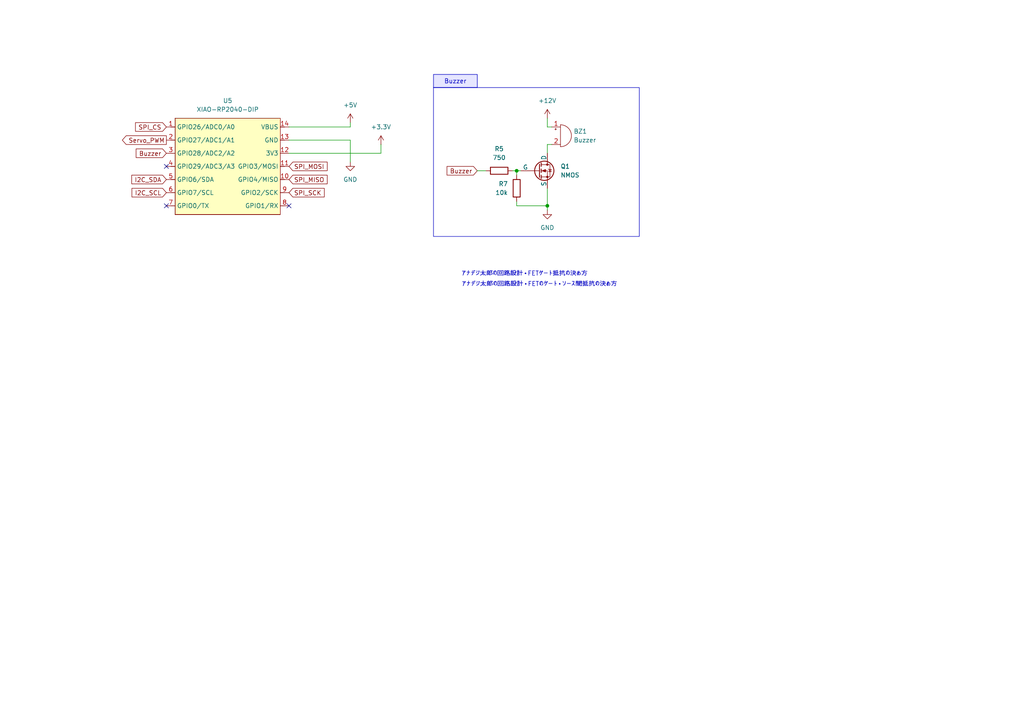
<source format=kicad_sch>
(kicad_sch (version 20250114) (generator "eeschema") (generator_version "9.0")
  (paper "A4")
  (lib_symbols
    (symbol "Device:Buzzer" (pin_names (offset 0.0254) (hide yes))
      (property "Reference" "BZ" (at 3.81 1.27 0))
      (property "Value" "Buzzer" (at 3.81 -1.27 0))
      (symbol "Buzzer_0_1"
        (polyline (pts (xy -1.651 1.905) (xy -1.143 1.905)))
        (polyline (pts (xy -1.397 2.159) (xy -1.397 1.651)))
        (arc (start 0 3.175) (mid 3.1612 0) (end 0 -3.175))
        (polyline (pts (xy 0 3.175) (xy 0 -3.175)))
      )
      (symbol "Buzzer_1_1"
        (pin passive line (at -2.54 2.54 0) (length 2.54) (name "+") (number "1"))
        (pin passive line (at -2.54 -2.54 0) (length 2.54) (name "-") (number "2"))
      )
    )
    (symbol "Device:R" (pin_numbers (hide yes)) (pin_names (offset 0))
      (property "Reference" "R" (at 2.032 0 90))
      (property "Value" "R" (at 0 0 90))
      (symbol "R_0_1"
        (rectangle (start -1.016 -2.54) (end 1.016 2.54) (stroke (width 0.254)))
      )
      (symbol "R_1_1"
        (pin passive line (at 0 3.81 270) (length 1.27) (name "~") (number "1"))
        (pin passive line (at 0 -3.81 90) (length 1.27) (name "~") (number "2"))
      )
    )
    (symbol "Seeed_Studio_XIAO_Series:XIAO-RP2040-DIP"
      (property "Reference" "U5" (at 13.97 2.54 0))
      (property "Value" "XIAO-RP2040-DIP" (at 13.97 0 0))
      (symbol "XIAO-RP2040-DIP_1_0"
        (polyline (pts (xy -1.27 -2.54) (xy 29.21 -2.54)) (stroke (width 0.1524)))
        (polyline (pts (xy -1.27 -5.08) (xy -2.54 -5.08)) (stroke (width 0.1524)))
        (polyline (pts (xy -1.27 -5.08) (xy -1.27 -2.54)) (stroke (width 0.1524)))
        (polyline (pts (xy -1.27 -8.89) (xy -2.54 -8.89)) (stroke (width 0.1524)))
        (polyline (pts (xy -1.27 -8.89) (xy -1.27 -5.08)) (stroke (width 0.1524)))
        (polyline (pts (xy -1.27 -12.7) (xy -2.54 -12.7)) (stroke (width 0.1524)))
        (polyline (pts (xy -1.27 -12.7) (xy -1.27 -8.89)) (stroke (width 0.1524)))
        (polyline (pts (xy -1.27 -16.51) (xy -2.54 -16.51)) (stroke (width 0.1524)))
        (polyline (pts (xy -1.27 -16.51) (xy -1.27 -12.7)) (stroke (width 0.1524)))
        (polyline (pts (xy -1.27 -20.32) (xy -2.54 -20.32)) (stroke (width 0.1524)))
        (polyline (pts (xy -1.27 -24.13) (xy -2.54 -24.13)) (stroke (width 0.1524)))
        (polyline (pts (xy -1.27 -27.94) (xy -2.54 -27.94)) (stroke (width 0.1524)))
        (polyline (pts (xy -1.27 -30.48) (xy -1.27 -16.51)) (stroke (width 0.1524)))
        (polyline (pts (xy 29.21 -2.54) (xy 29.21 -5.08)) (stroke (width 0.1524)))
        (polyline (pts (xy 29.21 -5.08) (xy 29.21 -8.89)) (stroke (width 0.1524)))
        (polyline (pts (xy 29.21 -8.89) (xy 29.21 -12.7)) (stroke (width 0.1524)))
        (polyline (pts (xy 29.21 -12.7) (xy 29.21 -30.48)) (stroke (width 0.1524)))
        (polyline (pts (xy 29.21 -30.48) (xy -1.27 -30.48)) (stroke (width 0.1524)))
        (polyline (pts (xy 30.48 -5.08) (xy 29.21 -5.08)) (stroke (width 0.1524)))
        (polyline (pts (xy 30.48 -8.89) (xy 29.21 -8.89)) (stroke (width 0.1524)))
        (polyline (pts (xy 30.48 -12.7) (xy 29.21 -12.7)) (stroke (width 0.1524)))
        (polyline (pts (xy 30.48 -16.51) (xy 29.21 -16.51)) (stroke (width 0.1524)))
        (polyline (pts (xy 30.48 -20.32) (xy 29.21 -20.32)) (stroke (width 0.1524)))
        (polyline (pts (xy 30.48 -24.13) (xy 29.21 -24.13)) (stroke (width 0.1524)))
        (polyline (pts (xy 30.48 -27.94) (xy 29.21 -27.94)) (stroke (width 0.1524)))
        (pin passive line (at -3.81 -5.08 0) (length 2.54) (name "GPIO26/ADC0/A0") (number "1"))
        (pin passive line (at -3.81 -8.89 0) (length 2.54) (name "GPIO27/ADC1/A1") (number "2"))
        (pin passive line (at -3.81 -12.7 0) (length 2.54) (name "GPIO28/ADC2/A2") (number "3"))
        (pin passive line (at -3.81 -16.51 0) (length 2.54) (name "GPIO29/ADC3/A3") (number "4"))
        (pin passive line (at -3.81 -20.32 0) (length 2.54) (name "GPIO6/SDA") (number "5"))
        (pin passive line (at -3.81 -24.13 0) (length 2.54) (name "GPIO7/SCL") (number "6"))
        (pin passive line (at -3.81 -27.94 0) (length 2.54) (name "GPIO0/TX") (number "7"))
        (pin passive line (at 31.75 -5.08 180) (length 2.54) (name "VBUS") (number "14"))
        (pin passive line (at 31.75 -8.89 180) (length 2.54) (name "GND") (number "13"))
        (pin passive line (at 31.75 -12.7 180) (length 2.54) (name "3V3") (number "12"))
        (pin passive line (at 31.75 -16.51 180) (length 2.54) (name "GPIO3/MOSI") (number "11"))
        (pin passive line (at 31.75 -20.32 180) (length 2.54) (name "GPIO4/MISO") (number "10"))
        (pin passive line (at 31.75 -24.13 180) (length 2.54) (name "GPIO2/SCK") (number "9"))
        (pin passive line (at 31.75 -27.94 180) (length 2.54) (name "GPIO1/RX") (number "8"))
      )
      (symbol "XIAO-RP2040-DIP_1_1"
        (rectangle (start -1.27 -2.54) (end 29.21 -30.48) (fill (type background)))
      )
    )
    (symbol "Simulation_SPICE:NMOS" (pin_numbers (hide yes)) (pin_names (offset 0))
      (property "Reference" "Q" (at 5.08 1.27 0))
      (property "Value" "NMOS" (at 5.08 -1.27 0))
      (symbol "NMOS_0_1"
        (polyline (pts (xy 0.254 1.905) (xy 0.254 -1.905)) (stroke (width 0.254)))
        (polyline (pts (xy 0.254 0) (xy -2.54 0)))
        (polyline (pts (xy 0.762 2.286) (xy 0.762 1.27)) (stroke (width 0.254)))
        (polyline (pts (xy 0.762 0.508) (xy 0.762 -0.508)) (stroke (width 0.254)))
        (polyline (pts (xy 0.762 -1.27) (xy 0.762 -2.286)) (stroke (width 0.254)))
        (polyline (pts (xy 0.762 -1.778) (xy 3.302 -1.778) (xy 3.302 1.778) (xy 0.762 1.778)))
        (polyline (pts (xy 1.016 0) (xy 2.032 0.381) (xy 2.032 -0.381) (xy 1.016 0)) (fill (type outline)))
        (circle (center 1.651 0) (radius 2.794) (stroke (width 0.254)))
        (polyline (pts (xy 2.54 2.54) (xy 2.54 1.778)))
        (circle (center 2.54 1.778) (radius 0.254) (fill (type outline)))
        (circle (center 2.54 -1.778) (radius 0.254) (fill (type outline)))
        (polyline (pts (xy 2.54 -2.54) (xy 2.54 0) (xy 0.762 0)))
        (polyline (pts (xy 2.794 0.508) (xy 2.921 0.381) (xy 3.683 0.381) (xy 3.81 0.254)))
        (polyline (pts (xy 3.302 0.381) (xy 2.921 -0.254) (xy 3.683 -0.254) (xy 3.302 0.381)))
      )
      (symbol "NMOS_1_1"
        (pin input line (at -5.08 0 0) (length 2.54) (name "G") (number "2"))
        (pin passive line (at 2.54 5.08 270) (length 2.54) (name "D") (number "1"))
        (pin passive line (at 2.54 -5.08 90) (length 2.54) (name "S") (number "3"))
      )
    )
    (symbol "power:+12V" (power) (pin_numbers (hide yes)) (pin_names (offset 0) (hide yes))
      (property "Value" "+12V" (at 0 3.556 0))
      (symbol "+12V_0_1"
        (polyline (pts (xy -0.762 1.27) (xy 0 2.54)))
        (polyline (pts (xy 0 2.54) (xy 0.762 1.27)))
        (polyline (pts (xy 0 0) (xy 0 2.54)))
      )
      (symbol "+12V_1_1"
        (pin power_in line (at 0 0 90) (length 0) (name "~") (number "1"))
      )
    )
    (symbol "power:+3.3V" (power) (pin_numbers (hide yes)) (pin_names (offset 0) (hide yes))
      (property "Value" "+3.3V" (at 0 3.556 0))
      (symbol "+3.3V_0_1"
        (polyline (pts (xy -0.762 1.27) (xy 0 2.54)))
        (polyline (pts (xy 0 2.54) (xy 0.762 1.27)))
        (polyline (pts (xy 0 0) (xy 0 2.54)))
      )
      (symbol "+3.3V_1_1"
        (pin power_in line (at 0 0 90) (length 0) (name "~") (number "1"))
      )
    )
    (symbol "power:+5V" (power) (pin_numbers (hide yes)) (pin_names (offset 0) (hide yes))
      (property "Value" "+5V" (at 0 3.556 0))
      (symbol "+5V_0_1"
        (polyline (pts (xy -0.762 1.27) (xy 0 2.54)))
        (polyline (pts (xy 0 2.54) (xy 0.762 1.27)))
        (polyline (pts (xy 0 0) (xy 0 2.54)))
      )
      (symbol "+5V_1_1"
        (pin power_in line (at 0 0 90) (length 0) (name "~") (number "1"))
      )
    )
    (symbol "power:GND" (power) (pin_numbers (hide yes)) (pin_names (offset 0) (hide yes))
      (property "Value" "GND" (at 0 -3.81 0))
      (symbol "GND_0_1"
        (polyline (pts (xy 0 0) (xy 0 -1.27) (xy 1.27 -1.27) (xy 0 -2.54) (xy -1.27 -1.27) (xy 0 -1.27)))
      )
      (symbol "GND_1_1"
        (pin power_in line (at 0 0 270) (length 0) (name "~") (number "1"))
      )
    )
  )
  (rectangle (start 125.73 25.4) (end 185.42 68.58))
  (text "アナデジ太郎の回路設計・FETのゲート・ソース間抵抗の決め方" (at 156.464 82.55 0) (effects (font (size 1.27 1.27))))
  (text "アナデジ太郎の回路設計・FETゲート抵抗の決め方" (at 152.146 79.502 0) (effects (font (size 1.27 1.27))))
  (text_box "Buzzer" (at 125.73 21.59 0) (size 12.7 3.81) (margins 0.9525 0.9525 0.9525 0.9525) (fill (type color) (color 0 0 255 0.1)) (effects (font (size 1.27 1.27))))
  (junction (at 149.86 49.53))
  (junction (at 158.75 59.69))
  (no_connect (at 83.82 59.69))
  (no_connect (at 48.26 48.26))
  (no_connect (at 48.26 59.69))
  (wire (pts (xy 149.86 59.69) (xy 158.75 59.69)))
  (wire (pts (xy 158.75 54.61) (xy 158.75 59.69)))
  (wire (pts (xy 110.49 44.45) (xy 110.49 41.91)))
  (wire (pts (xy 160.02 36.83) (xy 158.75 36.83)))
  (wire (pts (xy 148.59 49.53) (xy 149.86 49.53)))
  (wire (pts (xy 101.6 40.64) (xy 101.6 46.99)))
  (wire (pts (xy 158.75 41.91) (xy 160.02 41.91)))
  (wire (pts (xy 101.6 36.83) (xy 101.6 35.56)))
  (wire (pts (xy 83.82 44.45) (xy 110.49 44.45)))
  (wire (pts (xy 83.82 36.83) (xy 101.6 36.83)))
  (wire (pts (xy 138.43 49.53) (xy 140.97 49.53)))
  (wire (pts (xy 149.86 49.53) (xy 149.86 50.8)))
  (wire (pts (xy 158.75 60.96) (xy 158.75 59.69)))
  (wire (pts (xy 158.75 44.45) (xy 158.75 41.91)))
  (wire (pts (xy 149.86 49.53) (xy 151.13 49.53)))
  (wire (pts (xy 83.82 40.64) (xy 101.6 40.64)))
  (wire (pts (xy 149.86 58.42) (xy 149.86 59.69)))
  (wire (pts (xy 158.75 34.29) (xy 158.75 36.83)))
  (global_label "SPI_MOSI" (shape input) (at 83.82 48.26 0) (property "Intersheetrefs" "${INTERSHEET_REFS}" (effects (hide yes))))
  (global_label "Servo_PWM" (shape output) (at 48.26 40.64 180) (property "Intersheetrefs" "${INTERSHEET_REFS}" (effects (hide yes))))
  (global_label "SPI_MISO" (shape input) (at 83.82 52.07 0) (property "Intersheetrefs" "${INTERSHEET_REFS}" (effects (hide yes))))
  (global_label "I2C_SCL" (shape input) (at 48.26 55.88 180) (property "Intersheetrefs" "${INTERSHEET_REFS}" (effects (hide yes))))
  (global_label "I2C_SDA" (shape input) (at 48.26 52.07 180) (property "Intersheetrefs" "${INTERSHEET_REFS}" (effects (hide yes))))
  (global_label "Buzzer" (shape input) (at 138.43 49.53 180) (property "Intersheetrefs" "${INTERSHEET_REFS}" (effects (hide yes))))
  (global_label "SPI_CS" (shape input) (at 48.26 36.83 180) (property "Intersheetrefs" "${INTERSHEET_REFS}" (effects (hide yes))))
  (global_label "Buzzer" (shape input) (at 48.26 44.45 180) (property "Intersheetrefs" "${INTERSHEET_REFS}" (effects (hide yes))))
  (global_label "SPI_SCK" (shape input) (at 83.82 55.88 0) (property "Intersheetrefs" "${INTERSHEET_REFS}" (effects (hide yes))))
  (symbol (lib_id "power:+3.3V") (at 110.49 41.91 0) (unit 1)
    (property "Reference" "#PWR023" (effects (hide yes)))
    (property "Value" "+3.3V" (at 110.49 36.83 0))
    (property "Description" "Power symbol creates a global label with name \"+3.3V\"" (effects (hide yes)))
  )
  (symbol (lib_id "Device:R") (at 144.78 49.53 90) (unit 1)
    (property "Reference" "R5" (at 144.78 43.18 90))
    (property "Value" "750" (at 144.78 45.72 90))
    (property "Footprint" "Resistor_SMD:R_0603_1608Metric_Pad0.98x0.95mm_HandSolder" (effects (hide yes)))
    (property "Description" "Resistor" (effects (hide yes)))
  )
  (symbol (lib_id "power:+5V") (at 101.6 35.56 0) (unit 1)
    (property "Reference" "#PWR011" (effects (hide yes)))
    (property "Value" "+5V" (at 101.6 30.48 0))
    (property "Description" "Power symbol creates a global label with name \"+5V\"" (effects (hide yes)))
  )
  (symbol (lib_id "Device:Buzzer") (at 162.56 39.37 0) (unit 1)
    (property "Reference" "BZ1" (at 166.37 38.0999 0) (effects (justify left)))
    (property "Value" "Buzzer" (at 166.37 40.6399 0) (effects (justify left)))
    (property "Datasheet" "https://akizukidenshi.com/catalog/g/g129562/" (effects (hide yes)))
    (property "Description" "Buzzer, polarized" (effects (hide yes)))
  )
  (symbol (lib_id "power:GND") (at 158.75 60.96 0) (unit 1)
    (property "Reference" "#PWR030" (effects (hide yes)))
    (property "Value" "GND" (at 158.75 66.04 0))
    (property "Description" "Power symbol creates a global label with name \"GND\" , ground" (effects (hide yes)))
  )
  (symbol (lib_id "Simulation_SPICE:NMOS") (at 156.21 49.53 0) (unit 1)
    (property "Reference" "Q1" (at 162.56 48.2599 0) (effects (justify left)))
    (property "Value" "NMOS" (at 162.56 50.7999 0) (effects (justify left)))
    (property "Footprint" "Package_TO_SOT_SMD:SOT-23" (effects (hide yes)))
    (property "Datasheet" "https://ngspice.sourceforge.io/docs/ngspice-html-manual/manual.xhtml#cha_MOSFETs" (effects (hide yes)))
    (property "Description" "N-MOSFET transistor, drain/source/gate" (effects (hide yes)))
    (property "Sim.Device" "NMOS" (effects (hide yes)))
    (property "Sim.Type" "VDMOS" (effects (hide yes)))
    (property "Sim.Pins" "1=D 2=G 3=S" (effects (hide yes)))
  )
  (symbol (lib_id "power:GND") (at 101.6 46.99 0) (unit 1)
    (property "Reference" "#PWR012" (effects (hide yes)))
    (property "Value" "GND" (at 101.6 52.07 0))
    (property "Description" "Power symbol creates a global label with name \"GND\" , ground" (effects (hide yes)))
  )
  (symbol (lib_id "power:+12V") (at 158.75 34.29 0) (unit 1)
    (property "Reference" "#PWR031" (effects (hide yes)))
    (property "Value" "+12V" (at 158.75 29.21 0))
    (property "Description" "Power symbol creates a global label with name \"+12V\"" (effects (hide yes)))
  )
  (symbol (lib_id "Seeed_Studio_XIAO_Series:XIAO-RP2040-DIP") (at 52.07 31.75 0) (unit 1)
    (property "Reference" "U5" (at 66.04 29.21 0))
    (property "Value" "XIAO-RP2040-DIP" (at 66.04 31.75 0))
    (property "Footprint" "Seeed_XIAO:XIAO-RP2040-SMD" (effects (hide yes)))
  )
  (symbol (lib_id "Device:R") (at 149.86 54.61 0) (mirror x) (unit 1)
    (property "Reference" "R7" (at 147.32 53.3399 0) (effects (justify right)))
    (property "Value" "10k" (at 147.32 55.8799 0) (effects (justify right)))
    (property "Footprint" "Resistor_SMD:R_0603_1608Metric_Pad0.98x0.95mm_HandSolder" (effects (hide yes)))
    (property "Description" "Resistor" (effects (hide yes)))
  )
)
</source>
